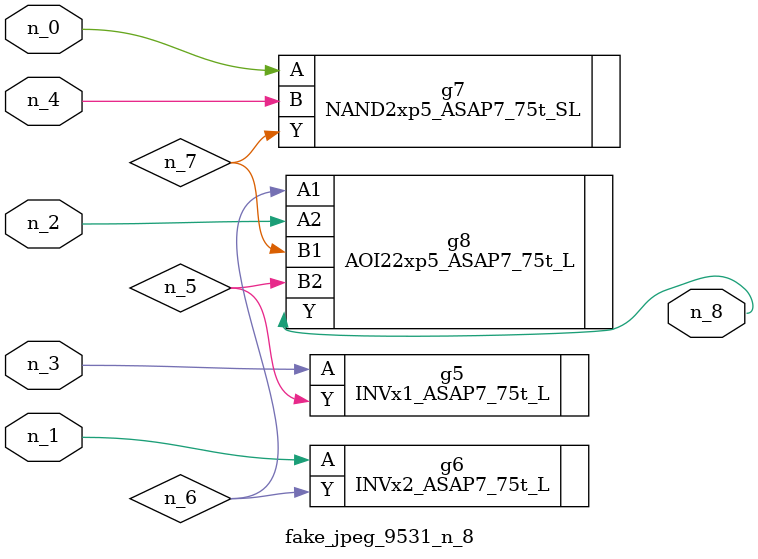
<source format=v>
module fake_jpeg_9531_n_8 (n_3, n_2, n_1, n_0, n_4, n_8);

input n_3;
input n_2;
input n_1;
input n_0;
input n_4;

output n_8;

wire n_6;
wire n_5;
wire n_7;

INVx1_ASAP7_75t_L g5 ( 
.A(n_3),
.Y(n_5)
);

INVx2_ASAP7_75t_L g6 ( 
.A(n_1),
.Y(n_6)
);

NAND2xp5_ASAP7_75t_SL g7 ( 
.A(n_0),
.B(n_4),
.Y(n_7)
);

AOI22xp5_ASAP7_75t_L g8 ( 
.A1(n_6),
.A2(n_2),
.B1(n_7),
.B2(n_5),
.Y(n_8)
);


endmodule
</source>
